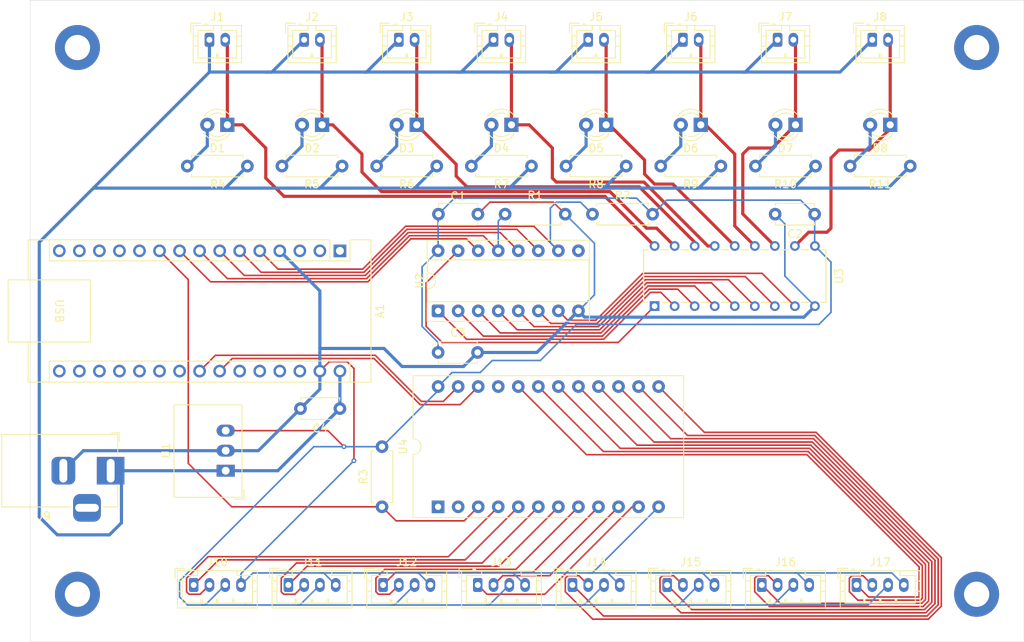
<source format=kicad_pcb>
(kicad_pcb (version 20241229) (generator "pcbnew") (generator_version "9.0")
  (layers (0 "F.Cu" signal) (2 "B.Cu" signal) (13 "F.Paste" user) (15 "B.Paste" user) (5 "F.SilkS" user "F.Silkscreen") (7 "B.SilkS" user "B.Silkscreen") (1 "F.Mask" user) (3 "B.Mask" user) (25 "Edge.Cuts" user))
  (net 0 "")
  (net 1 "GND")
  (net 2 "+12V")
  (net 14 "Net-(A1-D6)")
  (net 21 "Net-(A1-D3)")
  (net 22 "Net-(A1-D2)")
  (net 23 "Net-(A1-D4)")
  (net 24 "Net-(A1-D5)")
  (net 25 "+5V")
  (net 27 "Net-(D1-K)")
  (net 28 "Net-(D1-A)")
  (net 29 "Net-(D2-A)")
  (net 30 "Net-(D3-A)")
  (net 31 "Net-(D4-A)")
  (net 32 "Net-(D5-A)")
  (net 33 "Net-(D6-A)")
  (net 34 "Net-(D7-A)")
  (net 35 "Net-(D8-A)")
  (net 38 "Net-(U2-QA)")
  (net 39 "Net-(U2-QD)")
  (net 40 "Net-(U2-QH)")
  (net 41 "Net-(U2-QB)")
  (net 42 "Net-(U2-QG)")
  (net 43 "Net-(U2-QC)")
  (net 44 "Net-(U2-QE)")
  (net 45 "Net-(U2-QF)")
  (net 47 "Net-(A1-SCL{slash}A5)")
  (net 48 "Net-(A1-SDA{slash}A4)")
  (net 52 "Net-(A1-D7)")
  (net 53 "Net-(J10-Pin_1)")
  (net 54 "Net-(J10-Pin_2)")
  (net 55 "Net-(J11-Pin_1)")
  (net 56 "Net-(J11-Pin_2)")
  (net 57 "Net-(J12-Pin_2)")
  (net 58 "Net-(J12-Pin_1)")
  (net 59 "Net-(J13-Pin_1)")
  (net 60 "Net-(J13-Pin_2)")
  (net 61 "Net-(J14-Pin_2)")
  (net 62 "Net-(J14-Pin_1)")
  (net 63 "Net-(J15-Pin_1)")
  (net 64 "Net-(J15-Pin_2)")
  (net 65 "Net-(J16-Pin_2)")
  (net 66 "Net-(J16-Pin_1)")
  (net 67 "Net-(J17-Pin_1)")
  (net 68 "Net-(J17-Pin_2)")
  (net 69 "Net-(D2-K)")
  (net 70 "Net-(D3-K)")
  (net 71 "Net-(D4-K)")
  (net 72 "Net-(D5-K)")
  (net 73 "Net-(D6-K)")
  (net 74 "Net-(D7-K)")
  (net 75 "Net-(D8-K)")
  (footprint "LED_THT:LED_D3.0mm" (layer "F.Cu") (at 97.998 41.26 180)
    (property "Reference" "D5")
    (property "Value" "LED")
  )
  (footprint "Module:Arduino_Nano" (layer "F.Cu") (at 64.262 57.224 -90)
    (property "Reference" "A1")
    (property "Value" "Arduino_Nano_ESP32")
  )
  (footprint "Resistor_THT:R_Axial_DIN0207_L6.3mm_D2.5mm_P7.62mm_Horizontal" (layer "F.Cu") (at 85.197 52.578)
    (property "Reference" "R1")
    (property "Value" "10k")
  )
  (footprint "Resistor_THT:R_Axial_DIN0207_L6.3mm_D2.5mm_P7.62mm_Horizontal" (layer "F.Cu") (at 69.596 89.662 90)
    (property "Reference" "R3")
    (property "Value" "10k")
  )
  (footprint "MountingHole:MountingHole_3.2mm_M3_ISO7380_Pad_TopBottom" (layer "F.Cu") (at 144.95 31.462)
    (property "Reference" "M2" (hide yes))
    (property "Value" "MountingHole_3.2mm_M3_ISO7380_Pad_TopBottom" (hide yes))
  )
  (footprint "Resistor_THT:R_Axial_DIN0207_L6.3mm_D2.5mm_P7.62mm_Horizontal" (layer "F.Cu") (at 68.918 46.482)
    (property "Reference" "R6")
    (property "Value" "100R")
  )
  (footprint "Capacitor_THT:C_Disc_D4.7mm_W2.5mm_P5.00mm" (layer "F.Cu") (at 124.42 52.578 180)
    (property "Reference" "C2")
    (property "Value" "100nF")
  )
  (footprint "Connector_JST:JST_PH_B2B-PH-K_1x02_P2.00mm_Vertical" (layer "F.Cu") (at 131.728 30.48)
    (property "Reference" "J8")
    (property "Value" "Conn_01x02")
  )
  (footprint "LED_THT:LED_D3.0mm" (layer "F.Cu") (at 85.998 41.26 180)
    (property "Reference" "D4")
    (property "Value" "LED")
  )
  (footprint "LED_THT:LED_D3.0mm" (layer "F.Cu") (at 73.998 41.26 180)
    (property "Reference" "D3")
    (property "Value" "LED")
  )
  (footprint "LED_THT:LED_D3.0mm" (layer "F.Cu") (at 49.998 41.26 180)
    (property "Reference" "D1")
    (property "Value" "LED")
  )
  (footprint "Connector_JST:JST_PH_B2B-PH-K_1x02_P2.00mm_Vertical" (layer "F.Cu") (at 95.728 30.48)
    (property "Reference" "J5")
    (property "Value" "Conn_01x02")
  )
  (footprint "Connector_JST:JST_PH_B4B-PH-K_1x04_P2.00mm_Vertical" (layer "F.Cu") (at 105.728 99.568)
    (property "Reference" "J15")
    (property "Value" "Conn_01x04")
  )
  (footprint "Connector_JST:JST_PH_B4B-PH-K_1x04_P2.00mm_Vertical" (layer "F.Cu") (at 93.728 99.568)
    (property "Reference" "J14")
    (property "Value" "Conn_01x04")
  )
  (footprint "Resistor_THT:R_Axial_DIN0207_L6.3mm_D2.5mm_P7.62mm_Horizontal" (layer "F.Cu") (at 104.918 46.482)
    (property "Reference" "R9")
    (property "Value" "100R")
  )
  (footprint "Connector_JST:JST_PH_B4B-PH-K_1x04_P2.00mm_Vertical" (layer "F.Cu") (at 69.728 99.568)
    (property "Reference" "J12")
    (property "Value" "Conn_01x04")
  )
  (footprint "Connector_JST:JST_PH_B4B-PH-K_1x04_P2.00mm_Vertical" (layer "F.Cu") (at 117.728 99.568)
    (property "Reference" "J16")
    (property "Value" "Conn_01x04")
  )
  (footprint "Connector_JST:JST_PH_B4B-PH-K_1x04_P2.00mm_Vertical" (layer "F.Cu") (at 81.728 99.568)
    (property "Reference" "J13")
    (property "Value" "Conn_01x04")
  )
  (footprint "Connector_JST:JST_PH_B2B-PH-K_1x02_P2.00mm_Vertical" (layer "F.Cu") (at 71.728 30.48)
    (property "Reference" "J3")
    (property "Value" "Conn_01x02")
  )
  (footprint "Resistor_THT:R_Axial_DIN0207_L6.3mm_D2.5mm_P7.62mm_Horizontal" (layer "F.Cu") (at 128.918 46.482)
    (property "Reference" "R11")
    (property "Value" "100R")
  )
  (footprint "Connector_BarrelJack:BarrelJack_Horizontal" (layer "F.Cu") (at 35.21 85.09)
    (property "Reference" "J9")
    (property "Value" "Barrel_Jack_Switch")
  )
  (footprint "Connector_JST:JST_PH_B4B-PH-K_1x04_P2.00mm_Vertical" (layer "F.Cu") (at 129.728 99.568)
    (property "Reference" "J17")
    (property "Value" "Conn_01x04")
  )
  (footprint "Connector_JST:JST_PH_B2B-PH-K_1x02_P2.00mm_Vertical" (layer "F.Cu") (at 47.728 30.48)
    (property "Reference" "J1")
    (property "Value" "Conn_01x02")
  )
  (footprint "Converter_DCDC:Converter_DCDC_RECOM_R-78E-0.5_THT" (layer "F.Cu") (at 49.784 85.09 90)
    (property "Reference" "U1")
    (property "Value" "R-78E5.0-1.0")
  )
  (footprint "Connector_JST:JST_PH_B2B-PH-K_1x02_P2.00mm_Vertical" (layer "F.Cu") (at 59.728 30.48)
    (property "Reference" "J2")
    (property "Value" "Conn_01x02")
  )
  (footprint "Resistor_THT:R_Axial_DIN0207_L6.3mm_D2.5mm_P7.62mm_Horizontal" (layer "F.Cu") (at 80.918 46.482)
    (property "Reference" "R7")
    (property "Value" "100R")
  )
  (footprint "LED_THT:LED_D3.0mm" (layer "F.Cu") (at 133.998 41.26 180)
    (property "Reference" "D8")
    (property "Value" "LED")
  )
  (footprint "Resistor_THT:R_Axial_DIN0207_L6.3mm_D2.5mm_P7.62mm_Horizontal" (layer "F.Cu") (at 96.266 52.578)
    (property "Reference" "R2")
    (property "Value" "10k")
  )
  (footprint "LED_THT:LED_D3.0mm" (layer "F.Cu") (at 121.998 41.26 180)
    (property "Reference" "D7")
    (property "Value" "LED")
  )
  (footprint "Connector_JST:JST_PH_B2B-PH-K_1x02_P2.00mm_Vertical" (layer "F.Cu") (at 107.728 30.48)
    (property "Reference" "J6")
    (property "Value" "Conn_01x02")
  )
  (footprint "Connector_JST:JST_PH_B4B-PH-K_1x04_P2.00mm_Vertical" (layer "F.Cu") (at 45.728 99.568)
    (property "Reference" "J10")
    (property "Value" "Conn_01x04")
  )
  (footprint "Resistor_THT:R_Axial_DIN0207_L6.3mm_D2.5mm_P7.62mm_Horizontal" (layer "F.Cu") (at 92.918 46.482)
    (property "Reference" "R8")
    (property "Value" "100R")
  )
  (footprint "MountingHole:MountingHole_3.2mm_M3_ISO7380_Pad_TopBottom" (layer "F.Cu") (at 31 100.746)
    (property "Reference" "M3" (hide yes))
    (property "Value" "MountingHole_3.2mm_M3_ISO7380_Pad_TopBottom" (hide yes))
  )
  (footprint "LED_THT:LED_D3.0mm" (layer "F.Cu") (at 61.998 41.26 180)
    (property "Reference" "D2")
    (property "Value" "LED")
  )
  (footprint "Package_DIP:DIP-24_18.0mmx34.29mm_W15.24mm_Socket" (layer "F.Cu") (at 76.708 89.662 90)
    (property "Reference" "U4")
    (property "Value" "TCA9548APWR")
  )
  (footprint "Resistor_THT:R_Axial_DIN0207_L6.3mm_D2.5mm_P7.62mm_Horizontal" (layer "F.Cu") (at 56.918 46.482)
    (property "Reference" "R5")
    (property "Value" "100R")
  )
  (footprint "Capacitor_THT:C_Disc_D4.7mm_W2.5mm_P5.00mm" (layer "F.Cu") (at 64.262 77.216 180)
    (property "Reference" "C4")
    (property "Value" "100nF")
  )
  (footprint "Package_DIP:DIP-16_W7.62mm_Socket" (layer "F.Cu") (at 76.708 64.834 90)
    (property "Reference" "U2")
    (property "Value" "74HC595")
  )
  (footprint "MountingHole:MountingHole_3.2mm_M3_ISO7380_Pad_TopBottom" (layer "F.Cu") (at 144.95 100.746)
    (property "Reference" "M4" (hide yes))
    (property "Value" "MountingHole_3.2mm_M3_ISO7380_Pad_TopBottom" (hide yes))
  )
  (footprint "Connector_JST:JST_PH_B4B-PH-K_1x04_P2.00mm_Vertical" (layer "F.Cu") (at 57.728 99.568)
    (property "Reference" "J11")
    (property "Value" "Conn_01x04")
  )
  (footprint "Resistor_THT:R_Axial_DIN0207_L6.3mm_D2.5mm_P7.62mm_Horizontal" (layer "F.Cu") (at 44.918 46.482)
    (property "Reference" "R4")
    (property "Value" "100R")
  )
  (footprint "MountingHole:MountingHole_3.2mm_M3_ISO7380_Pad_TopBottom" (layer "F.Cu") (at 31 31.462)
    (property "Reference" "M1" (hide yes))
    (property "Value" "MountingHole_3.2mm_M3_ISO7380_Pad_TopBottom" (hide yes))
  )
  (footprint "Connector_JST:JST_PH_B2B-PH-K_1x02_P2.00mm_Vertical" (layer "F.Cu") (at 83.728 30.48)
    (property "Reference" "J4")
    (property "Value" "Conn_01x02")
  )
  (footprint "Connector_JST:JST_PH_B2B-PH-K_1x02_P2.00mm_Vertical" (layer "F.Cu") (at 119.728 30.48)
    (property "Reference" "J7")
    (property "Value" "Conn_01x02")
  )
  (footprint "Capacitor_THT:C_Disc_D4.7mm_W2.5mm_P5.00mm" (layer "F.Cu") (at 76.748 52.578)
    (property "Reference" "C1")
    (property "Value" "100nF")
  )
  (footprint "Resistor_THT:R_Axial_DIN0207_L6.3mm_D2.5mm_P7.62mm_Horizontal" (layer "F.Cu") (at 116.918 46.482)
    (property "Reference" "R10")
    (property "Value" "100R")
  )
  (footprint "footprints:P-DIP18-300-2p54-001_TOS" (layer "F.Cu") (at 104.14 64.232737 90)
    (property "Reference" "U3")
    (property "Value" "TBD62381APG")
  )
  (footprint "Capacitor_THT:C_Disc_D4.7mm_W2.5mm_P5.00mm" (layer "F.Cu") (at 76.708 70.104)
    (property "Reference" "C3")
    (property "Value" "100nF")
  )
  (footprint "LED_THT:LED_D3.0mm" (layer "F.Cu") (at 109.998 41.26 180)
    (property "Reference" "D6")
    (property "Value" "LED")
  )
  (gr_rect (start 25 25.462) (end 150.95 106.746) (stroke (width 0.05)) (fill no) (layer "Edge.Cuts"))
  (segment (start 65.171 71.267) (end 62.919 71.267) (width 0.2) (layer "F.Cu") (net 1))
  (segment (start 83.272 51.054) (end 91.293 51.054) (width 0.2) (layer "F.Cu") (net 1))
  (segment (start 66.04 83.82) (end 66.04 72.136) (width 0.2) (layer "F.Cu") (net 1))
  (segment (start 91.293 51.054) (end 92.817 52.578) (width 0.2) (layer "F.Cu") (net 1))
  (segment (start 81.748 52.578) (end 83.272 51.054) (width 0.2) (layer "F.Cu") (net 1))
  (segment (start 66.04 72.136) (end 65.171 71.267) (width 0.2) (layer "F.Cu") (net 1))
  (segment (start 62.919 71.267) (end 61.722 72.464) (width 0.2) (layer "F.Cu") (net 1))
  (via (at 66.04 83.82) (size 0.6) (drill 0.3) (layers "F.Cu" "B.Cu") (net 1))
  (segment (start 53.928 82.55) (end 49.784 82.55) (width 0.4) (layer "B.Cu") (net 1))
  (segment (start 62.204 98.044) (end 61.722 98.044) (width 0.2) (layer "B.Cu") (net 1))
  (segment (start 51.728 99.568) (end 51.728 98.132) (width 0.2) (layer "B.Cu") (net 1))
  (segment (start 92.817 52.578) (end 96.52 56.281) (width 0.2) (layer "B.Cu") (net 1))
  (segment (start 123.728 99.568) (end 122.204 98.044) (width 0.2) (layer "B.Cu") (net 1))
  (segment (start 119.42 52.578) (end 120.65 53.808) (width 0.2) (layer "B.Cu") (net 1))
  (segment (start 124.46 64.232737) (end 123.058738 65.633999) (width 0.4) (layer "B.Cu") (net 1))
  (segment (start 81.708 70.104) (end 79.93 71.882) (width 0.4) (layer "B.Cu") (net 1))
  (segment (start 98.204 98.044) (end 97.79 98.044) (width 0.2) (layer "B.Cu") (net 1))
  (segment (start 61.722 69.596) (end 61.722 62.304) (width 0.4) (layer "B.Cu") (net 1))
  (segment (start 89.218 70.104) (end 81.708 70.104) (width 0.4) (layer "B.Cu") (net 1))
  (segment (start 85.598 98.044) (end 73.914 98.044) (width 0.2) (layer "B.Cu") (net 1))
  (segment (start 99.728 99.568) (end 98.204 98.044) (width 0.2) (layer "B.Cu") (net 1))
  (segment (start 104.648 89.662) (end 96.266 98.044) (width 0.2) (layer "B.Cu") (net 1))
  (segment (start 69.85 69.596) (end 61.722 69.596) (width 0.4) (layer "B.Cu") (net 1))
  (segment (start 74.204 98.044) (end 73.914 98.044) (width 0.2) (layer "B.Cu") (net 1))
  (segment (start 51.728 98.132) (end 66.04 83.82) (width 0.2) (layer "B.Cu") (net 1))
  (segment (start 109.728 98.044) (end 97.79 98.044) (width 0.2) (layer "B.Cu") (net 1))
  (segment (start 59.262 77.216) (end 53.928 82.55) (width 0.4) (layer "B.Cu") (net 1))
  (segment (start 96.52 56.281) (end 96.52 62.802) (width 0.2) (layer "B.Cu") (net 1))
  (segment (start 79.93 71.882) (end 72.136 71.882) (width 0.4) (layer "B.Cu") (net 1))
  (segment (start 73.914 98.044) (end 61.722 98.044) (width 0.2) (layer "B.Cu") (net 1))
  (segment (start 135.728 99.568) (end 134.204 98.044) (width 0.2) (layer "B.Cu") (net 1))
  (segment (start 123.058738 65.633999) (end 95.287999 65.633999) (width 0.4) (layer "B.Cu") (net 1))
  (segment (start 95.287999 65.633999) (end 94.488 64.834) (width 0.4) (layer "B.Cu") (net 1))
  (segment (start 121.92 98.044) (end 109.728 98.044) (width 0.2) (layer "B.Cu") (net 1))
  (segment (start 95.758 98.044) (end 85.598 98.044) (width 0.2) (layer "B.Cu") (net 1))
  (segment (start 59.262 77.216) (end 61.722 74.756) (width 0.4) (layer "B.Cu") (net 1))
  (segment (start 61.722 62.304) (end 56.642 57.224) (width 0.4) (layer "B.Cu") (net 1))
  (segment (start 134.204 98.044) (end 121.92 98.044) (width 0.2) (layer "B.Cu") (net 1))
  (segment (start 87.728 99.568) (end 86.204 98.044) (width 0.2) (layer "B.Cu") (net 1))
  (segment (start 61.722 72.464) (end 61.722 70.104) (width 0.4) (layer "B.Cu") (net 1))
  (segment (start 96.266 98.044) (end 95.758 98.044) (width 0.2) (layer "B.Cu") (net 1))
  (segment (start 61.722 98.044) (end 53.252 98.044) (width 0.2) (layer "B.Cu") (net 1))
  (segment (start 31.75 82.55) (end 29.21 85.09) (width 0.4) (layer "B.Cu") (net 1))
  (segment (start 110.204 98.044) (end 109.728 98.044) (width 0.2) (layer "B.Cu") (net 1))
  (segment (start 75.728 99.568) (end 74.204 98.044) (width 0.2) (layer "B.Cu") (net 1))
  (segment (start 61.722 74.756) (end 61.722 72.464) (width 0.4) (layer "B.Cu") (net 1))
  (segment (start 63.728 99.568) (end 62.204 98.044) (width 0.2) (layer "B.Cu") (net 1))
  (segment (start 120.65 53.808) (end 120.65 60.422737) (width 0.2) (layer "B.Cu") (net 1))
  (segment (start 120.65 60.422737) (end 124.46 64.232737) (width 0.2) (layer "B.Cu") (net 1))
  (segment (start 86.204 98.044) (end 85.598 98.044) (width 0.2) (layer "B.Cu") (net 1))
  (segment (start 72.136 71.882) (end 69.85 69.596) (width 0.4) (layer "B.Cu") (net 1))
  (segment (start 49.784 82.55) (end 31.75 82.55) (width 0.4) (layer "B.Cu") (net 1))
  (segment (start 96.52 62.802) (end 94.488 64.834) (width 0.2) (layer "B.Cu") (net 1))
  (segment (start 111.728 99.568) (end 110.204 98.044) (width 0.2) (layer "B.Cu") (net 1))
  (segment (start 53.252 98.044) (end 51.728 99.568) (width 0.2) (layer "B.Cu") (net 1))
  (segment (start 97.79 98.044) (end 95.758 98.044) (width 0.2) (layer "B.Cu") (net 1))
  (segment (start 94.488 64.834) (end 89.218 70.104) (width 0.4) (layer "B.Cu") (net 1))
  (segment (start 122.204 98.044) (end 121.92 98.044) (width 0.2) (layer "B.Cu") (net 1))
  (segment (start 61.722 70.104) (end 61.722 69.596) (width 0.4) (layer "B.Cu") (net 1))
  (segment (start 49.53 49.276) (end 61.468 49.276) (width 0.4) (layer "B.Cu") (net 2))
  (segment (start 124.538 46.482) (end 121.744 49.276) (width 0.4) (layer "B.Cu") (net 2))
  (segment (start 64.538 46.482) (end 61.744 49.276) (width 0.4) (layer "B.Cu") (net 2))
  (segment (start 54.864 34.568) (end 67.31 34.568) (width 0.4) (layer "B.Cu") (net 2))
  (segment (start 91.64 34.568) (end 90.932 34.568) (width 0.4) (layer "B.Cu") (net 2))
  (segment (start 28.448 93.218) (end 26.162 90.932) (width 0.4) (layer "B.Cu") (net 2))
  (segment (start 76.538 46.482) (end 73.744 49.276) (width 0.4) (layer "B.Cu") (net 2))
  (segment (start 49.784 85.09) (end 56.388 85.09) (width 0.4) (layer "B.Cu") (net 2))
  (segment (start 36.576 86.456) (end 36.576 91.694) (width 0.4) (layer "B.Cu") (net 2))
  (segment (start 112.538 46.482) (end 109.744 49.276) (width 0.4) (layer "B.Cu") (net 2))
  (segment (start 85.744 49.276) (end 85.344 49.276) (width 0.4) (layer "B.Cu") (net 2))
  (segment (start 49.744 49.276) (end 49.53 49.276) (width 0.4) (layer "B.Cu") (net 2))
  (segment (start 97.028 49.276) (end 109.22 49.276) (width 0.4) (layer "B.Cu") (net 2))
  (segment (start 95.728 30.48) (end 91.64 34.568) (width 0.4) (layer "B.Cu") (net 2))
  (segment (start 90.932 34.568) (end 103.124 34.568) (width 0.4) (layer "B.Cu") (net 2))
  (segment (start 71.728 30.48) (end 67.64 34.568) (width 0.4) (layer "B.Cu") (net 2))
  (segment (start 35.21 85.09) (end 49.784 85.09) (width 0.4) (layer "B.Cu") (net 2))
  (segment (start 103.64 34.568) (end 103.124 34.568) (width 0.4) (layer "B.Cu") (net 2))
  (segment (start 67.64 34.568) (end 67.31 34.568) (width 0.4) (layer "B.Cu") (net 2))
  (segment (start 73.744 49.276) (end 73.406 49.276) (width 0.4) (layer "B.Cu") (net 2))
  (segment (start 35.052 93.218) (end 28.448 93.218) (width 0.4) (layer "B.Cu") (net 2))
  (segment (start 35.21 85.09) (end 36.576 86.456) (width 0.4) (layer "B.Cu") (net 2))
  (segment (start 107.728 30.48) (end 103.64 34.568) (width 0.4) (layer "B.Cu") (net 2))
  (segment (start 61.744 49.276) (end 61.468 49.276) (width 0.4) (layer "B.Cu") (net 2))
  (segment (start 100.538 46.482) (end 97.744 49.276) (width 0.4) (layer "B.Cu") (net 2))
  (segment (start 47.728 34.568) (end 47.728 30.48) (width 0.4) (layer "B.Cu") (net 2))
  (segment (start 119.728 30.48) (end 115.64 34.568) (width 0.4) (layer "B.Cu") (net 2))
  (segment (start 85.344 49.276) (end 97.028 49.276) (width 0.4) (layer "B.Cu") (net 2))
  (segment (start 121.744 49.276) (end 121.412 49.276) (width 0.4) (layer "B.Cu") (net 2))
  (segment (start 33.02 49.276) (end 47.728 34.568) (width 0.4) (layer "B.Cu") (net 2))
  (segment (start 67.31 34.568) (end 78.994 34.568) (width 0.4) (layer "B.Cu") (net 2))
  (segment (start 109.22 49.276) (end 121.412 49.276) (width 0.4) (layer "B.Cu") (net 2))
  (segment (start 115.316 34.568) (end 127.64 34.568) (width 0.4) (layer "B.Cu") (net 2))
  (segment (start 56.388 85.09) (end 64.262 77.216) (width 0.4) (layer "B.Cu") (net 2))
  (segment (start 26.162 90.932) (end 26.162 56.134) (width 0.4) (layer "B.Cu") (net 2))
  (segment (start 52.538 46.482) (end 49.744 49.276) (width 0.4) (layer "B.Cu") (net 2))
  (segment (start 109.744 49.276) (end 109.22 49.276) (width 0.4) (layer "B.Cu") (net 2))
  (segment (start 115.64 34.568) (end 115.316 34.568) (width 0.4) (layer "B.Cu") (net 2))
  (segment (start 83.728 30.48) (end 79.64 34.568) (width 0.4) (layer "B.Cu") (net 2))
  (segment (start 78.994 34.568) (end 90.932 34.568) (width 0.4) (layer "B.Cu") (net 2))
  (segment (start 33.02 49.276) (end 49.53 49.276) (width 0.4) (layer "B.Cu") (net 2))
  (segment (start 26.162 56.134) (end 33.02 49.276) (width 0.4) (layer "B.Cu") (net 2))
  (segment (start 121.412 49.276) (end 133.744 49.276) (width 0.4) (layer "B.Cu") (net 2))
  (segment (start 59.728 30.48) (end 55.64 34.568) (width 0.4) (layer "B.Cu") (net 2))
  (segment (start 127.64 34.568) (end 131.728 30.48) (width 0.4) (layer "B.Cu") (net 2))
  (segment (start 36.576 91.694) (end 35.052 93.218) (width 0.4) (layer "B.Cu") (net 2))
  (segment (start 103.124 34.568) (end 115.316 34.568) (width 0.4) (layer "B.Cu") (net 2))
  (segment (start 79.64 34.568) (end 78.994 34.568) (width 0.4) (layer "B.Cu") (net 2))
  (segment (start 73.406 49.276) (end 85.344 49.276) (width 0.4) (layer "B.Cu") (net 2))
  (segment (start 133.744 49.276) (end 136.538 46.482) (width 0.4) (layer "B.Cu") (net 2))
  (segment (start 55.64 34.568) (end 54.864 34.568) (width 0.4) (layer "B.Cu") (net 2))
  (segment (start 97.744 49.276) (end 97.028 49.276) (width 0.4) (layer "B.Cu") (net 2))
  (segment (start 47.728 34.568) (end 54.864 34.568) (width 0.4) (layer "B.Cu") (net 2))
  (segment (start 64.262 77.216) (end 64.262 72.464) (width 0.4) (layer "B.Cu") (net 2))
  (segment (start 61.468 49.276) (end 73.406 49.276) (width 0.4) (layer "B.Cu") (net 2))
  (segment (start 88.538 46.482) (end 85.744 49.276) (width 0.4) (layer "B.Cu") (net 2))
  (segment (start 73.2493 55.706) (end 67.8083 61.147) (width 0.2) (layer "F.Cu") (net 14))
  (segment (start 80.28 55.706) (end 73.2493 55.706) (width 0.2) (layer "F.Cu") (net 14))
  (segment (start 47.865 61.147) (end 43.942 57.224) (width 0.2) (layer "F.Cu") (net 14))
  (segment (start 81.788 57.214) (end 80.28 55.706) (width 0.2) (layer "F.Cu") (net 14))
  (segment (start 67.8083 61.147) (end 47.865 61.147) (width 0.2) (layer "F.Cu") (net 14))
  (segment (start 86.697 54.503) (end 72.751 54.503) (width 0.2) (layer "F.Cu") (net 21))
  (segment (start 89.408 57.214) (end 86.697 54.503) (width 0.2) (layer "F.Cu") (net 21))
  (segment (start 67.31 59.944) (end 54.282 59.944) (width 0.2) (layer "F.Cu") (net 21))
  (segment (start 72.751 54.503) (end 67.31 59.944) (width 0.2) (layer "F.Cu") (net 21))
  (segment (start 54.282 59.944) (end 51.562 57.224) (width 0.2) (layer "F.Cu") (net 21))
  (segment (start 91.948 57.214) (end 88.836 54.102) (width 0.2) (layer "F.Cu") (net 22))
  (segment (start 56.421 59.543) (end 54.102 57.224) (width 0.2) (layer "F.Cu") (net 22))
  (segment (start 67.1439 59.543) (end 56.421 59.543) (width 0.2) (layer "F.Cu") (net 22))
  (segment (start 88.836 54.102) (end 72.5849 54.102) (width 0.2) (layer "F.Cu") (net 22))
  (segment (start 72.5849 54.102) (end 67.1439 59.543) (width 0.2) (layer "F.Cu") (net 22))
  (segment (start 90.932 51.816) (end 90.932 56.198) (width 0.2) (layer "B.Cu") (net 22))
  (segment (start 94.742 51.054) (end 91.694 51.054) (width 0.2) (layer "B.Cu") (net 22))
  (segment (start 90.932 56.198) (end 91.948 57.214) (width 0.2) (layer "B.Cu") (net 22))
  (segment (start 96.266 52.578) (end 94.742 51.054) (width 0.2) (layer "B.Cu") (net 22))
  (segment (start 91.694 51.054) (end 90.932 51.816) (width 0.2) (layer "B.Cu") (net 22))
  (segment (start 72.9171 54.904) (end 67.4761 60.345) (width 0.2) (layer "F.Cu") (net 23))
  (segment (start 67.4761 60.345) (end 52.143 60.345) (width 0.2) (layer "F.Cu") (net 23))
  (segment (start 84.558 54.904) (end 72.9171 54.904) (width 0.2) (layer "F.Cu") (net 23))
  (segment (start 86.868 57.214) (end 84.558 54.904) (width 0.2) (layer "F.Cu") (net 23))
  (segment (start 52.143 60.345) (end 49.022 57.224) (width 0.2) (layer "F.Cu") (net 23))
  (segment (start 50.004 60.746) (end 46.482 57.224) (width 0.2) (layer "F.Cu") (net 24))
  (segment (start 84.328 57.214) (end 82.419 55.305) (width 0.2) (layer "F.Cu") (net 24))
  (segment (start 73.0832 55.305) (end 67.6422 60.746) (width 0.2) (layer "F.Cu") (net 24))
  (segment (start 82.419 55.305) (end 73.0832 55.305) (width 0.2) (layer "F.Cu") (net 24))
  (segment (start 67.6422 60.746) (end 50.004 60.746) (width 0.2) (layer "F.Cu") (net 24))
  (segment (start 84.328 57.214) (end 84.328 53.447) (width 0.2) (layer "B.Cu") (net 24))
  (segment (start 84.328 53.447) (end 85.197 52.578) (width 0.2) (layer "B.Cu") (net 24))
  (segment (start 49.784 80.01) (end 62.738 80.01) (width 0.2) (layer "F.Cu") (net 25))
  (segment (start 62.738 80.01) (end 64.77 82.042) (width 0.2) (layer "F.Cu") (net 25))
  (via (at 64.77 82.042) (size 0.6) (drill 0.3) (layers "F.Cu" "B.Cu") (net 25))
  (segment (start 61.728 99.568) (end 59.188 102.108) (width 0.2) (layer "B.Cu") (net 25))
  (segment (start 76.708 68.834) (end 74.676 66.802) (width 0.2) (layer "B.Cu") (net 25))
  (segment (start 121.728 99.568) (end 119.188 102.108) (width 0.2) (layer "B.Cu") (net 25))
  (segment (start 58.928 102.108) (end 70.866 102.108) (width 0.2) (layer "B.Cu") (net 25))
  (segment (start 107.188 102.108) (end 106.934 102.108) (width 0.2) (layer "B.Cu") (net 25))
  (segment (start 124.42 56.572737) (end 124.46 56.612737) (width 0.2) (layer "B.Cu") (net 25))
  (segment (start 101.854 50.546) (end 103.886 52.578) (width 0.2) (layer "B.Cu") (net 25))
  (segment (start 47.188 102.108) (end 46.736 102.108) (width 0.2) (layer "B.Cu") (net 25))
  (segment (start 94.996 102.108) (end 106.934 102.108) (width 0.2) (layer "B.Cu") (net 25))
  (segment (start 69.596 82.042) (end 76.708 74.93) (width 0.2) (layer "B.Cu") (net 25))
  (segment (start 78.78 50.546) (end 101.854 50.546) (width 0.2) (layer "B.Cu") (net 25))
  (segment (start 95.188 102.108) (end 94.996 102.108) (width 0.2) (layer "B.Cu") (net 25))
  (segment (start 124.42 52.578) (end 124.42 56.572737) (width 0.2) (layer "B.Cu") (net 25))
  (segment (start 52.268 102.108) (end 58.928 102.108) (width 0.2) (layer "B.Cu") (net 25))
  (segment (start 71.188 102.108) (end 70.866 102.108) (width 0.2) (layer "B.Cu") (net 25))
  (segment (start 76.748 52.578) (end 78.78 50.546) (width 0.2) (layer "B.Cu") (net 25))
  (segment (start 44.958 102.108) (end 43.942 101.092) (width 0.2) (layer "B.Cu") (net 25))
  (segment (start 109.728 99.568) (end 107.188 102.108) (width 0.2) (layer "B.Cu") (net 25))
  (segment (start 126.492 65.024) (end 126.492 58.644737) (width 0.2) (layer "B.Cu") (net 25))
  (segment (start 76.708 57.214) (end 76.708 52.618) (width 0.2) (layer "B.Cu") (net 25))
  (segment (start 76.708 74.93) (end 76.708 74.422) (width 0.2) (layer "B.Cu") (net 25))
  (segment (start 83.188 102.108) (end 82.804 102.108) (width 0.2) (layer "B.Cu") (net 25))
  (segment (start 43.942 99.06) (end 60.96 82.042) (width 0.2) (layer "B.Cu") (net 25))
  (segment (start 46.736 102.108) (end 44.958 102.108) (width 0.2) (layer "B.Cu") (net 25))
  (segment (start 83.566 71.12) (end 89.662 71.12) (width 0.2) (layer "B.Cu") (net 25))
  (segment (start 76.708 52.618) (end 76.748 52.578) (width 0.2) (layer "B.Cu") (net 25))
  (segment (start 131.188 102.108) (end 133.728 99.568) (width 0.2) (layer "B.Cu") (net 25))
  (segment (start 74.676 66.802) (end 74.676 59.246) (width 0.2) (layer "B.Cu") (net 25))
  (segment (start 82.804 102.108) (end 94.996 102.108) (width 0.2) (layer "B.Cu") (net 25))
  (segment (start 64.77 82.042) (end 69.596 82.042) (width 0.2) (layer "B.Cu") (net 25))
  (segment (start 85.728 99.568) (end 83.188 102.108) (width 0.2) (layer "B.Cu") (net 25))
  (segment (start 126.492 58.644737) (end 124.46 56.612737) (width 0.2) (layer "B.Cu") (net 25))
  (segment (start 94.234 66.548) (end 124.968 66.548) (width 0.2) (layer "B.Cu") (net 25))
  (segment (start 59.188 102.108) (end 58.928 102.108) (width 0.2) (layer "B.Cu") (net 25))
  (segment (start 122.642 50.8) (end 124.42 52.578) (width 0.2) (layer "B.Cu") (net 25))
  (segment (start 106.934 102.108) (end 118.618 102.108) (width 0.2) (layer "B.Cu") (net 25))
  (segment (start 105.664 50.8) (end 122.642 50.8) (width 0.2) (layer "B.Cu") (net 25))
  (segment (start 118.618 102.108) (end 131.188 102.108) (width 0.2) (layer "B.Cu") (net 25))
  (segment (start 119.188 102.108) (end 118.618 102.108) (width 0.2) (layer "B.Cu") (net 25))
  (segment (start 76.708 74.422) (end 78.486 72.644) (width 0.2) (layer "B.Cu") (net 25))
  (segment (start 74.676 59.246) (end 76.708 57.214) (width 0.2) (layer "B.Cu") (net 25))
  (segment (start 60.96 82.042) (end 64.77 82.042) (width 0.2) (layer "B.Cu") (net 25))
  (segment (start 52.268 102.108) (end 46.736 102.108) (width 0.2) (layer "B.Cu") (net 25))
  (segment (start 70.866 102.108) (end 82.804 102.108) (width 0.2) (layer "B.Cu") (net 25))
  (segment (start 78.486 72.644) (end 82.042 72.644) (width 0.2) (layer "B.Cu") (net 25))
  (segment (start 124.968 66.548) (end 126.492 65.024) (width 0.2) (layer "B.Cu") (net 25))
  (segment (start 89.662 71.12) (end 94.234 66.548) (width 0.2) (layer "B.Cu") (net 25))
  (segment (start 43.942 101.092) (end 43.942 99.06) (width 0.2) (layer "B.Cu") (net 25))
  (segment (start 73.728 99.568) (end 71.188 102.108) (width 0.2) (layer "B.Cu") (net 25))
  (segment (start 76.708 70.104) (end 76.708 68.834) (width 0.2) (layer "B.Cu") (net 25))
  (segment (start 82.042 72.644) (end 83.566 71.12) (width 0.2) (layer "B.Cu") (net 25))
  (segment (start 103.886 52.578) (end 105.664 50.8) (width 0.2) (layer "B.Cu") (net 25))
  (segment (start 49.728 99.568) (end 47.188 102.108) (width 0.2) (layer "B.Cu") (net 25))
  (segment (start 97.728 99.568) (end 95.188 102.108) (width 0.2) (layer "B.Cu") (net 25))
  (segment (start 49.998 41.26) (end 49.998 30.75) (width 0.4) (layer "F.Cu") (net 27))
  (segment (start 54.864 48.006) (end 54.864 44.196) (width 0.4) (layer "F.Cu") (net 27))
  (segment (start 104.14 56.612737) (end 97.844263 50.317) (width 0.4) (layer "F.Cu") (net 27))
  (segment (start 54.864 44.196) (end 51.928 41.26) (width 0.4) (layer "F.Cu") (net 27))
  (segment (start 97.844263 50.317) (end 57.175 50.317) (width 0.4) (layer "F.Cu") (net 27))
  (segment (start 51.928 41.26) (end 49.998 41.26) (width 0.4) (layer "F.Cu") (net 27))
  (segment (start 57.175 50.317) (end 54.864 48.006) (width 0.4) (layer "F.Cu") (net 27))
  (segment (start 49.998 30.75) (end 49.728 30.48) (width 0.4) (layer "F.Cu") (net 27))
  (segment (start 47.458 41.26) (end 47.458 43.942) (width 0.4) (layer "B.Cu") (net 28))
  (segment (start 47.458 43.942) (end 44.918 46.482) (width 0.4) (layer "B.Cu") (net 28))
  (segment (start 59.458 43.942) (end 56.918 46.482) (width 0.4) (layer "B.Cu") (net 29))
  (segment (start 59.458 41.26) (end 59.458 43.942) (width 0.4) (layer "B.Cu") (net 29))
  (segment (start 71.458 43.942) (end 68.918 46.482) (width 0.4) (layer "B.Cu") (net 30))
  (segment (start 71.458 41.26) (end 71.458 43.942) (width 0.4) (layer "B.Cu") (net 30))
  (segment (start 83.458 41.26) (end 83.458 43.942) (width 0.4) (layer "B.Cu") (net 31))
  (segment (start 83.458 43.942) (end 80.918 46.482) (width 0.4) (layer "B.Cu") (net 31))
  (segment (start 95.458 43.942) (end 92.918 46.482) (width 0.4) (layer "B.Cu") (net 32))
  (segment (start 95.458 41.26) (end 95.458 43.942) (width 0.4) (layer "B.Cu") (net 32))
  (segment (start 107.458 43.942) (end 104.918 46.482) (width 0.4) (layer "B.Cu") (net 33))
  (segment (start 107.458 41.26) (end 107.458 43.942) (width 0.4) (layer "B.Cu") (net 33))
  (segment (start 119.458 43.942) (end 116.918 46.482) (width 0.4) (layer "B.Cu") (net 34))
  (segment (start 119.458 41.26) (end 119.458 43.942) (width 0.4) (layer "B.Cu") (net 34))
  (segment (start 131.458 41.26) (end 131.458 43.942) (width 0.4) (layer "B.Cu") (net 35))
  (segment (start 131.458 43.942) (end 128.918 46.482) (width 0.4) (layer "B.Cu") (net 35))
  (segment (start 75.184 66.802) (end 77.216 68.834) (width 0.2) (layer "F.Cu") (net 38))
  (segment (start 75.184 61.278) (end 75.184 66.802) (width 0.2) (layer "F.Cu") (net 38))
  (segment (start 99.538737 68.834) (end 104.14 64.232737) (width 0.2) (layer "F.Cu") (net 38))
  (segment (start 77.216 68.834) (end 99.538737 68.834) (width 0.2) (layer "F.Cu") (net 38))
  (segment (start 79.248 57.214) (end 75.184 61.278) (width 0.2) (layer "F.Cu") (net 38))
  (segment (start 84.585 67.631) (end 97.3508 67.631) (width 0.2) (layer "F.Cu") (net 39))
  (segment (start 103.2998 61.682) (end 109.209263 61.682) (width 0.2) (layer "F.Cu") (net 39))
  (segment (start 97.3508 67.631) (end 103.2998 61.682) (width 0.2) (layer "F.Cu") (net 39))
  (segment (start 81.788 64.834) (end 84.585 67.631) (width 0.2) (layer "F.Cu") (net 39))
  (segment (start 109.209263 61.682) (end 111.76 64.232737) (width 0.2) (layer "F.Cu") (net 39))
  (segment (start 91.948 64.834) (end 93.141 66.027) (width 0.2) (layer "F.Cu") (net 40))
  (segment (start 96.6864 66.027) (end 102.6354 60.078) (width 0.2) (layer "F.Cu") (net 40))
  (segment (start 93.141 66.027) (end 96.6864 66.027) (width 0.2) (layer "F.Cu") (net 40))
  (segment (start 102.6354 60.078) (end 117.765263 60.078) (width 0.2) (layer "F.Cu") (net 40))
  (segment (start 117.765263 60.078) (end 121.92 64.232737) (width 0.2) (layer "F.Cu") (net 40))
  (segment (start 76.708 64.834) (end 80.307 68.433) (width 0.2) (layer "F.Cu") (net 41))
  (segment (start 80.307 68.433) (end 97.683 68.433) (width 0.2) (layer "F.Cu") (net 41))
  (segment (start 103.632 62.484) (end 104.931263 62.484) (width 0.2) (layer "F.Cu") (net 41))
  (segment (start 97.683 68.433) (end 103.632 62.484) (width 0.2) (layer "F.Cu") (net 41))
  (segment (start 104.931263 62.484) (end 106.68 64.232737) (width 0.2) (layer "F.Cu") (net 41))
  (segment (start 102.8015 60.479) (end 115.626263 60.479) (width 0.2) (layer "F.Cu") (net 42))
  (segment (start 89.408 64.834) (end 91.002 66.428) (width 0.2) (layer "F.Cu") (net 42))
  (segment (start 115.626263 60.479) (end 119.38 64.232737) (width 0.2) (layer "F.Cu") (net 42))
  (segment (start 96.8525 66.428) (end 102.8015 60.479) (width 0.2) (layer "F.Cu") (net 42))
  (segment (start 91.002 66.428) (end 96.8525 66.428) (width 0.2) (layer "F.Cu") (net 42))
  (segment (start 107.070263 62.083) (end 109.22 64.232737) (width 0.2) (layer "F.Cu") (net 43))
  (segment (start 79.248 64.834) (end 82.446 68.032) (width 0.2) (layer "F.Cu") (net 43))
  (segment (start 82.446 68.032) (end 97.5169 68.032) (width 0.2) (layer "F.Cu") (net 43))
  (segment (start 97.5169 68.032) (end 103.4659 62.083) (width 0.2) (layer "F.Cu") (net 43))
  (segment (start 103.4659 62.083) (end 107.070263 62.083) (width 0.2) (layer "F.Cu") (net 43))
  (segment (start 97.1847 67.23) (end 103.1337 61.281) (width 0.2) (layer "F.Cu") (net 44))
  (segment (start 84.328 64.834) (end 86.724 67.23) (width 0.2) (layer "F.Cu") (net 44))
  (segment (start 86.724 67.23) (end 97.1847 67.23) (width 0.2) (layer "F.Cu") (net 44))
  (segment (start 103.1337 61.281) (end 111.348263 61.281) (width 0.2) (layer "F.Cu") (net 44))
  (segment (start 111.348263 61.281) (end 114.3 64.232737) (width 0.2) (layer "F.Cu") (net 44))
  (segment (start 97.0186 66.829) (end 102.9676 60.88) (width 0.2) (layer "F.Cu") (net 45))
  (segment (start 86.868 64.834) (end 88.863 66.829) (width 0.2) (layer "F.Cu") (net 45))
  (segment (start 113.487263 60.88) (end 116.84 64.232737) (width 0.2) (layer "F.Cu") (net 45))
  (segment (start 88.863 66.829) (end 97.0186 66.829) (width 0.2) (layer "F.Cu") (net 45))
  (segment (start 102.9676 60.88) (end 113.487263 60.88) (width 0.2) (layer "F.Cu") (net 45))
  (segment (start 50.62 70.866) (end 68.58 70.866) (width 0.2) (layer "F.Cu") (net 47))
  (segment (start 79.502 76.708) (end 81.788 74.422) (width 0.2) (layer "F.Cu") (net 47))
  (segment (start 74.422 76.708) (end 79.502 76.708) (width 0.2) (layer "F.Cu") (net 47))
  (segment (start 68.58 70.866) (end 74.422 76.708) (width 0.2) (layer "F.Cu") (net 47))
  (segment (start 49.022 72.464) (end 50.62 70.866) (width 0.2) (layer "F.Cu") (net 47))
  (segment (start 77.363 76.307) (end 79.248 74.422) (width 0.2) (layer "F.Cu") (net 48))
  (segment (start 68.7461 70.465) (end 74.5881 76.307) (width 0.2) (layer "F.Cu") (net 48))
  (segment (start 46.482 72.464) (end 48.481 70.465) (width 0.2) (layer "F.Cu") (net 48))
  (segment (start 48.481 70.465) (end 68.7461 70.465) (width 0.2) (layer "F.Cu") (net 48))
  (segment (start 74.5881 76.307) (end 77.363 76.307) (width 0.2) (layer "F.Cu") (net 48))
  (segment (start 50.546 89.662) (end 45.043 84.159) (width 0.2) (layer "F.Cu") (net 52))
  (segment (start 80.01 91.44) (end 71.374 91.44) (width 0.2) (layer "F.Cu") (net 52))
  (segment (start 45.043 84.159) (end 45.043 60.865) (width 0.2) (layer "F.Cu") (net 52))
  (segment (start 69.596 89.662) (end 50.546 89.662) (width 0.2) (layer "F.Cu") (net 52))
  (segment (start 81.788 89.662) (end 80.01 91.44) (width 0.2) (layer "F.Cu") (net 52))
  (segment (start 45.043 60.865) (end 41.402 57.224) (width 0.2) (layer "F.Cu") (net 52))
  (segment (start 71.374 91.44) (end 69.596 89.662) (width 0.2) (layer "F.Cu") (net 52))
  (segment (start 80.143 96.387) (end 48.909 96.387) (width 0.2) (layer "F.Cu") (net 53))
  (segment (start 48.909 96.387) (end 45.728 99.568) (width 0.2) (layer "F.Cu") (net 53))
  (segment (start 86.868 89.662) (end 80.143 96.387) (width 0.2) (layer "F.Cu") (net 53))
  (segment (start 84.328 89.662) (end 78.004 95.986) (width 0.2) (layer "F.Cu") (net 54))
  (segment (start 44.827 100.42816) (end 45.14284 100.744) (width 0.2) (layer "F.Cu") (net 54))
  (segment (start 46.552 100.744) (end 47.728 99.568) (width 0.2) (layer "F.Cu") (net 54))
  (segment (start 78.004 95.986) (end 47.54884 95.986) (width 0.2) (layer "F.Cu") (net 54))
  (segment (start 45.14284 100.744) (end 46.552 100.744) (width 0.2) (layer "F.Cu") (net 54))
  (segment (start 44.827 98.70784) (end 44.827 100.42816) (width 0.2) (layer "F.Cu") (net 54))
  (segment (start 47.54884 95.986) (end 44.827 98.70784) (width 0.2) (layer "F.Cu") (net 54))
  (segment (start 91.948 89.662) (end 84.421 97.189) (width 0.2) (layer "F.Cu") (net 55))
  (segment (start 84.421 97.189) (end 60.107 97.189) (width 0.2) (layer "F.Cu") (net 55))
  (segment (start 60.107 97.189) (end 57.728 99.568) (width 0.2) (layer "F.Cu") (net 55))
  (segment (start 58.74684 96.788) (end 56.827 98.70784) (width 0.2) (layer "F.Cu") (net 56))
  (segment (start 58.552 100.744) (end 59.728 99.568) (width 0.2) (layer "F.Cu") (net 56))
  (segment (start 82.282 96.788) (end 58.74684 96.788) (width 0.2) (layer "F.Cu") (net 56))
  (segment (start 56.827 100.42816) (end 57.14284 100.744) (width 0.2) (layer "F.Cu") (net 56))
  (segment (start 56.827 98.70784) (end 56.827 100.42816) (width 0.2) (layer "F.Cu") (net 56))
  (segment (start 57.14284 100.744) (end 58.552 100.744) (width 0.2) (layer "F.Cu") (net 56))
  (segment (start 89.408 89.662) (end 82.282 96.788) (width 0.2) (layer "F.Cu") (net 56))
  (segment (start 86.56 97.59) (end 69.94484 97.59) (width 0.2) (layer "F.Cu") (net 57))
  (segment (start 68.827 98.70784) (end 68.827 100.42816) (width 0.2) (layer "F.Cu") (net 57))
  (segment (start 69.14284 100.744) (end 70.552 100.744) (width 0.2) (layer "F.Cu") (net 57))
  (segment (start 69.94484 97.59) (end 68.827 98.70784) (width 0.2) (layer "F.Cu") (net 57))
  (segment (start 70.552 100.744) (end 71.728 99.568) (width 0.2) (layer "F.Cu") (net 57))
  (segment (start 94.488 89.662) (end 86.56 97.59) (width 0.2) (layer "F.Cu") (net 57))
  (segment (start 68.827 100.42816) (end 69.14284 100.744) (width 0.2) (layer "F.Cu") (net 57))
  (segment (start 88.699 97.991) (end 71.305 97.991) (width 0.2) (layer "F.Cu") (net 58))
  (segment (start 97.028 89.662) (end 88.699 97.991) (width 0.2) (layer "F.Cu") (net 58))
  (segment (start 71.305 97.991) (end 69.728 99.568) (width 0.2) (layer "F.Cu") (net 58))
  (segment (start 90.22374 100.744) (end 82.904 100.744) (width 0.2) (layer "F.Cu") (net 59))
  (segment (start 102.108 89.662) (end 101.30574 89.662) (width 0.2) (layer "F.Cu") (net 59))
  (segment (start 82.904 100.744) (end 81.728 99.568) (width 0.2) (layer "F.Cu") (net 59))
  (segment (start 101.30574 89.662) (end 90.22374 100.744) (width 0.2) (layer "F.Cu") (net 59))
  (segment (start 84.904 98.392) (end 83.728 99.568) (width 0.2) (layer "F.Cu") (net 60))
  (segment (start 99.568 89.662) (end 90.838 98.392) (width 0.2) (layer "F.Cu") (net 60))
  (segment (start 90.838 98.392) (end 84.904 98.392) (width 0.2) (layer "F.Cu") (net 60))
  (segment (start 92.827 100.42816) (end 92.827 98.70784) (width 0.2) (layer "F.Cu") (net 61))
  (segment (start 140.475 96.1017) (end 140.475 102.2547) (width 0.2) (layer "F.Cu") (net 61))
  (segment (start 92.827 98.70784) (end 93.14284 98.392) (width 0.2) (layer "F.Cu") (net 61))
  (segment (start 110.45 80.224) (end 124.5973 80.224) (width 0.2) (layer "F.Cu") (net 61))
  (segment (start 138.8307 103.899) (end 96.29784 103.899) (width 0.2) (layer "F.Cu") (net 61))
  (segment (start 96.29784 103.899) (end 92.827 100.42816) (width 0.2) (layer "F.Cu") (net 61))
  (segment (start 124.5973 80.224) (end 140.475 96.1017) (width 0.2) (layer "F.Cu") (net 61))
  (segment (start 93.14284 98.392) (end 94.552 98.392) (width 0.2) (layer "F.Cu") (net 61))
  (segment (start 94.552 98.392) (end 95.728 99.568) (width 0.2) (layer "F.Cu") (net 61))
  (segment (start 140.475 102.2547) (end 138.8307 103.899) (width 0.2) (layer "F.Cu") (net 61))
  (segment (start 104.648 74.422) (end 110.45 80.224) (width 0.2) (layer "F.Cu") (net 61))
  (segment (start 140.074 102.0886) (end 138.6646 103.498) (width 0.2) (layer "F.Cu") (net 62))
  (segment (start 140.074 96.2678) (end 140.074 102.0886) (width 0.2) (layer "F.Cu") (net 62))
  (segment (start 138.6646 103.498) (end 97.658 103.498) (width 0.2) (layer "F.Cu") (net 62))
  (segment (start 108.311 80.625) (end 124.4312 80.625) (width 0.2) (layer "F.Cu") (net 62))
  (segment (start 97.658 103.498) (end 93.728 99.568) (width 0.2) (layer "F.Cu") (net 62))
  (segment (start 102.108 74.422) (end 108.311 80.625) (width 0.2) (layer "F.Cu") (net 62))
  (segment (start 124.4312 80.625) (end 140.074 96.2678) (width 0.2) (layer "F.Cu") (net 62))
  (segment (start 124.126 81.454) (end 139.272 96.6) (width 0.2) (layer "F.Cu") (net 63))
  (segment (start 104.06 81.454) (end 124.126 81.454) (width 0.2) (layer "F.Cu") (net 63))
  (segment (start 139.272 101.7564) (end 138.3324 102.696) (width 0.2) (layer "F.Cu") (net 63))
  (segment (start 138.3324 102.696) (end 108.856 102.696) (width 0.2) (layer "F.Cu") (net 63))
  (segment (start 97.028 74.422) (end 104.06 81.454) (width 0.2) (layer "F.Cu") (net 63))
  (segment (start 108.856 102.696) (end 105.728 99.568) (width 0.2) (layer "F.Cu") (net 63))
  (segment (start 139.272 96.6) (end 139.272 101.7564) (width 0.2) (layer "F.Cu") (net 63))
  (segment (start 104.827 100.42816) (end 104.827 98.70784) (width 0.2) (layer "F.Cu") (net 64))
  (segment (start 139.673 101.9225) (end 138.4985 103.097) (width 0.2) (layer "F.Cu") (net 64))
  (segment (start 107.49584 103.097) (end 104.827 100.42816) (width 0.2) (layer "F.Cu") (net 64))
  (segment (start 104.827 98.70784) (end 105.14284 98.392) (width 0.2) (layer "F.Cu") (net 64))
  (segment (start 106.172 81.026) (end 124.2651 81.026) (width 0.2) (layer "F.Cu") (net 64))
  (segment (start 124.2651 81.026) (end 139.673 96.4339) (width 0.2) (layer "F.Cu") (net 64))
  (segment (start 99.568 74.422) (end 106.172 81.026) (width 0.2) (layer "F.Cu") (net 64))
  (segment (start 106.552 98.392) (end 107.728 99.568) (width 0.2) (layer "F.Cu") (net 64))
  (segment (start 138.4985 103.097) (end 107.49584 103.097) (width 0.2) (layer "F.Cu") (net 64))
  (segment (start 139.673 96.4339) (end 139.673 101.9225) (width 0.2) (layer "F.Cu") (net 64))
  (segment (start 105.14284 98.392) (end 106.552 98.392) (width 0.2) (layer "F.Cu") (net 64))
  (segment (start 138.1663 102.295) (end 118.69384 102.295) (width 0.2) (layer "F.Cu") (net 65))
  (segment (start 94.488 74.422) (end 101.921 81.855) (width 0.2) (layer "F.Cu") (net 65))
  (segment (start 123.9423 81.855) (end 138.871 96.7837) (width 0.2) (layer "F.Cu") (net 65))
  (segment (start 117.14284 98.392) (end 118.552 98.392) (width 0.2) (layer "F.Cu") (net 65))
  (segment (start 118.69384 102.295) (end 116.827 100.42816) (width 0.2) (layer "F.Cu") (net 65))
  (segment (start 116.827 100.42816) (end 116.827 98.70784) (width 0.2) (layer "F.Cu") (net 65))
  (segment (start 138.871 96.7837) (end 138.871 101.5903) (width 0.2) (layer "F.Cu") (net 65))
  (segment (start 116.827 98.70784) (end 117.14284 98.392) (width 0.2) (layer "F.Cu") (net 65))
  (segment (start 118.552 98.392) (end 119.728 99.568) (width 0.2) (layer "F.Cu") (net 65))
  (segment (start 138.871 101.5903) (end 138.1663 102.295) (width 0.2) (layer "F.Cu") (net 65))
  (segment (start 101.921 81.855) (end 123.9423 81.855) (width 0.2) (layer "F.Cu") (net 65))
  (segment (start 91.948 74.422) (end 99.782 82.256) (width 0.2) (layer "F.Cu") (net 66))
  (segment (start 99.782 82.256) (end 123.7762 82.256) (width 0.2) (layer "F.Cu") (net 66))
  (segment (start 138.47 96.9498) (end 138.47 101.4242) (width 0.2) (layer "F.Cu") (net 66))
  (segment (start 120.054 101.894) (end 117.728 99.568) (width 0.2) (layer "F.Cu") (net 66))
  (segment (start 138.0002 101.894) (end 120.054 101.894) (width 0.2) (layer "F.Cu") (net 66))
  (segment (start 123.7762 82.256) (end 138.47 96.9498) (width 0.2) (layer "F.Cu") (net 66))
  (segment (start 138.47 101.4242) (end 138.0002 101.894) (width 0.2) (layer "F.Cu") (net 66))
  (segment (start 86.868 74.422) (end 95.504 83.058) (width 0.2) (layer "F.Cu") (net 67))
  (segment (start 131.252 101.092) (end 129.728 99.568) (width 0.2) (layer "F.Cu") (net 67))
  (segment (start 137.668 97.282) (end 137.668 101.092) (width 0.2) (layer "F.Cu") (net 67))
  (segment (start 123.444 83.058) (end 137.668 97.282) (width 0.2) (layer "F.Cu") (net 67))
  (segment (start 95.504 83.058) (end 123.444 83.058) (width 0.2) (layer "F.Cu") (net 67))
  (segment (start 137.668 101.092) (end 131.252 101.092) (width 0.2) (layer "F.Cu") (net 67))
  (segment (start 137.8341 101.493) (end 129.89184 101.493) (width 0.2) (layer "F.Cu") (net 68))
  (segment (start 128.827 100.42816) (end 128.827 98.70784) (width 0.2) (layer "F.Cu") (net 68))
  (segment (start 138.069 97.1159) (end 138.069 101.2581) (width 0.2) (layer "F.Cu") (net 68))
  (segment (start 128.827 98.70784) (end 129.14284 98.392) (width 0.2) (layer "F.Cu") (net 68))
  (segment (start 97.643 82.657) (end 123.6101 82.657) (width 0.2) (layer "F.Cu") (net 68))
  (segment (start 129.89184 101.493) (end 128.827 100.42816) (width 0.2) (layer "F.Cu") (net 68))
  (segment (start 123.6101 82.657) (end 138.069 97.1159) (width 0.2) (layer "F.Cu") (net 68))
  (segment (start 138.069 101.2581) (end 137.8341 101.493) (width 0.2) (layer "F.Cu") (net 68))
  (segment (start 129.14284 98.392) (end 130.552 98.392) (width 0.2) (layer "F.Cu") (net 68))
  (segment (start 130.552 98.392) (end 131.728 99.568) (width 0.2) (layer "F.Cu") (net 68))
  (segment (start 89.408 74.422) (end 97.643 82.657) (width 0.2) (layer "F.Cu") (net 68))
  (segment (start 103.124 54.356) (end 98.484 49.716) (width 0.4) (layer "F.Cu") (net 69))
  (segment (start 69.528 49.716) (end 67.056 47.244) (width 0.4) (layer "F.Cu") (net 69))
  (segment (start 63.358 41.26) (end 61.998 41.26) (width 0.4) (layer "F.Cu") (net 69))
  (segment (start 98.484 49.716) (end 69.528 49.716) (width 0.4) (layer "F.Cu") (net 69))
  (segment (start 106.650737 56.612737) (end 104.394 54.356) (width 0.4) (layer "F.Cu") (net 69))
  (segment (start 61.998 41.26) (end 61.998 30.75) (width 0.4) (layer "F.Cu") (net 69))
  (segment (start 106.68 56.612737) (end 106.650737 56.612737) (width 0.4) (layer "F.Cu") (net 69))
  (segment (start 104.394 54.356) (end 103.124 54.356) (width 0.4) (layer "F.Cu") (net 69))
  (segment (start 67.056 47.244) (end 67.056 44.958) (width 0.4) (layer "F.Cu") (net 69))
  (segment (start 61.998 30.75) (end 61.728 30.48) (width 0.4) (layer "F.Cu") (net 69))
  (segment (start 67.056 44.958) (end 63.358 41.26) (width 0.4) (layer "F.Cu") (net 69))
  (segment (start 109.22 56.612737) (end 109.22 56.134) (width 0.4) (layer "F.Cu") (net 70))
  (segment (start 73.998 30.75) (end 73.728 30.48) (width 0.4) (layer "F.Cu") (net 70))
  (segment (start 73.998 41.26) (end 73.998 30.75) (width 0.4) (layer "F.Cu") (net 70))
  (segment (start 102.201 49.115) (end 80.357 49.115) (width 0.4) (layer "F.Cu") (net 70))
  (segment (start 80.357 49.115) (end 78.994 47.752) (width 0.4) (layer "F.Cu") (net 70))
  (segment (start 78.994 46.256) (end 73.998 41.26) (width 0.4) (layer "F.Cu") (net 70))
  (segment (start 78.994 47.752) (end 78.994 46.256) (width 0.4) (layer "F.Cu") (net 70))
  (segment (start 109.22 56.134) (end 102.201 49.115) (width 0.4) (layer "F.Cu") (net 70))
  (segment (start 111.76 56.612737) (end 110.892328 56.612737) (width 0.4) (layer "F.Cu") (net 71))
  (segment (start 91.694 48.514) (end 91.186 48.006) (width 0.4) (layer "F.Cu") (net 71))
  (segment (start 85.998 41.26) (end 85.998 30.75) (width 0.4) (layer "F.Cu") (net 71))
  (segment (start 91.186 44.196) (end 88.25 41.26) (width 0.4) (layer "F.Cu") (net 71))
  (segment (start 91.186 48.006) (end 91.186 44.196) (width 0.4) (layer "F.Cu") (net 71))
  (segment (start 85.998 30.75) (end 85.728 30.48) (width 0.4) (layer "F.Cu") (net 71))
  (segment (start 102.793591 48.514) (end 91.694 48.514) (width 0.4) (layer "F.Cu") (net 71))
  (segment (start 110.892328 56.612737) (end 102.793591 48.514) (width 0.4) (layer "F.Cu") (net 71))
  (segment (start 88.25 41.26) (end 85.998 41.26) (width 0.4) (layer "F.Cu") (net 71))
  (segment (start 106.455263 48.768) (end 104.14 48.768) (width 0.4) (layer "F.Cu") (net 72))
  (segment (start 102.87 45.72) (end 98.41 41.26) (width 0.4) (layer "F.Cu") (net 72))
  (segment (start 102.87 47.498) (end 102.87 45.72) (width 0.4) (layer "F.Cu") (net 72))
  (segment (start 104.14 48.768) (end 102.87 47.498) (width 0.4) (layer "F.Cu") (net 72))
  (segment (start 97.998 30.75) (end 97.728 30.48) (width 0.4) (layer "F.Cu") (net 72))
  (segment (start 97.998 41.26) (end 97.998 30.75) (width 0.4) (layer "F.Cu") (net 72))
  (segment (start 98.41 41.26) (end 97.998 41.26) (width 0.4) (layer "F.Cu") (net 72))
  (segment (start 114.3 56.612737) (end 106.455263 48.768) (width 0.4) (layer "F.Cu") (net 72))
  (segment (start 110.602 41.26) (end 109.998 41.26) (width 0.4) (layer "F.Cu") (net 73))
  (segment (start 109.998 30.75) (end 109.728 30.48) (width 0.4) (layer "F.Cu") (net 73))
  (segment (start 116.84 56.612737) (end 114.3 54.072737) (width 0.4) (layer "F.Cu") (net 73))
  (segment (start 109.998 41.26) (end 109.998 30.75) (width 0.4) (layer "F.Cu") (net 73))
  (segment (start 114.3 54.072737) (end 114.3 44.958) (width 0.4) (layer "F.Cu") (net 73))
  (segment (start 114.3 44.958) (end 110.602 41.26) (width 0.4) (layer "F.Cu") (net 73))
  (segment (start 121.998 30.75) (end 121.728 30.48) (width 0.4) (layer "F.Cu") (net 74))
  (segment (start 116.078 44.196) (end 119.062 44.196) (width 0.4) (layer "F.Cu") (net 74))
  (segment (start 115.316 52.548737) (end 115.316 44.958) (width 0.4) (layer "F.Cu") (net 74))
  (segment (start 119.38 56.612737) (end 115.316 52.548737) (width 0.4) (layer "F.Cu") (net 74))
  (segment (start 119.062 44.196) (end 121.998 41.26) (width 0.4) (layer "F.Cu") (net 74))
  (segment (start 121.998 41.26) (end 121.998 30.75) (width 0.4) (layer "F.Cu") (net 74))
  (segment (start 115.316 44.958) (end 116.078 44.196) (width 0.4) (layer "F.Cu") (net 74))
  (segment (start 131.318 44.45) (end 133.998 41.77) (width 0.4) (layer "F.Cu") (net 75))
  (segment (start 133.998 41.77) (end 133.998 41.26) (width 0.4) (layer "F.Cu") (net 75))
  (segment (start 123.668737 54.864) (end 125.984 54.864) (width 0.4) (layer "F.Cu") (net 75))
  (segment (start 121.92 56.612737) (end 123.668737 54.864) (width 0.4) (layer "F.Cu") (net 75))
  (segment (start 127.508 44.45) (end 131.318 44.45) (width 0.4) (layer "F.Cu") (net 75))
  (segment (start 133.998 30.75) (end 133.728 30.48) (width 0.4) (layer "F.Cu") (net 75))
  (segment (start 126.492 54.356) (end 126.492 45.466) (width 0.4) (layer "F.Cu") (net 75))
  (segment (start 125.984 54.864) (end 126.492 54.356) (width 0.4) (layer "F.Cu") (net 75))
  (segment (start 133.998 41.26) (end 133.998 30.75) (width 0.4) (layer "F.Cu") (net 75))
  (segment (start 126.492 45.466) (end 127.508 44.45) (width 0.4) (layer "F.Cu") (net 75))
)
</source>
